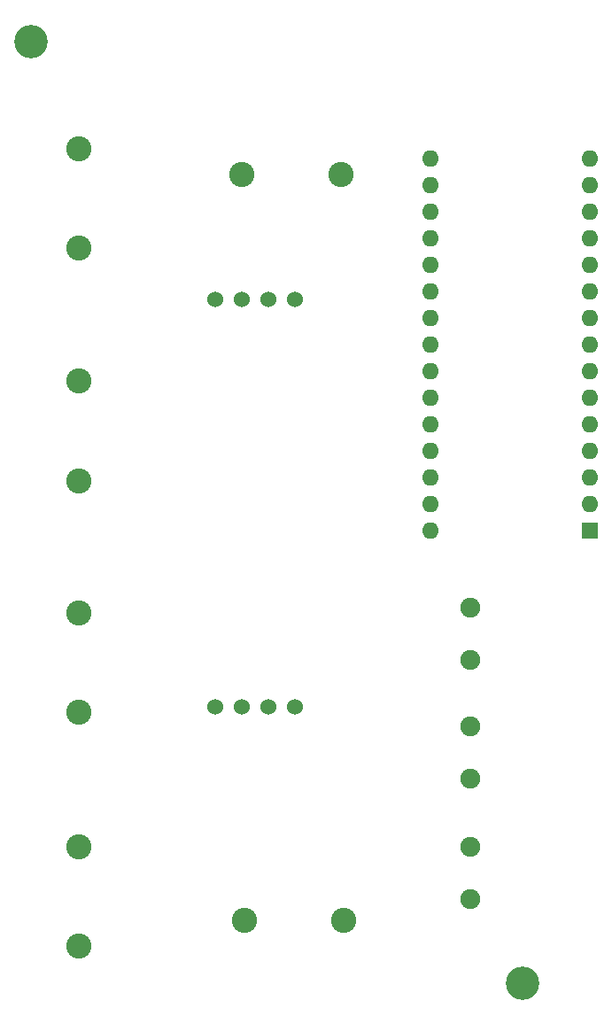
<source format=gbr>
%TF.GenerationSoftware,KiCad,Pcbnew,8.0.2-1*%
%TF.CreationDate,2024-11-16T17:54:22-05:00*%
%TF.ProjectId,JB_PCB,4a425f50-4342-42e6-9b69-6361645f7063,rev?*%
%TF.SameCoordinates,Original*%
%TF.FileFunction,Soldermask,Top*%
%TF.FilePolarity,Negative*%
%FSLAX46Y46*%
G04 Gerber Fmt 4.6, Leading zero omitted, Abs format (unit mm)*
G04 Created by KiCad (PCBNEW 8.0.2-1) date 2024-11-16 17:54:22*
%MOMM*%
%LPD*%
G01*
G04 APERTURE LIST*
%ADD10C,3.200000*%
%ADD11C,1.905000*%
%ADD12C,1.524000*%
%ADD13C,2.413000*%
%ADD14O,1.600000X1.600000*%
%ADD15R,1.600000X1.600000*%
G04 APERTURE END LIST*
D10*
%TO.C,REF\u002A\u002A*%
X158000000Y-139000000D03*
%TD*%
%TO.C,REF\u002A\u002A*%
X111000000Y-49000000D03*
%TD*%
D11*
%TO.C,PWMGND1*%
X152946200Y-108145100D03*
X152946200Y-103145100D03*
%TD*%
D12*
%TO.C,U1*%
X136210000Y-112610000D03*
X136210000Y-73690000D03*
X133670000Y-73690000D03*
X128590000Y-112610000D03*
X128590000Y-73690000D03*
X131130000Y-73690000D03*
X133670000Y-112610000D03*
X131130000Y-112610000D03*
%TD*%
D11*
%TO.C,PWM2*%
X153000000Y-131000000D03*
X153000000Y-126000000D03*
%TD*%
D13*
%TO.C,MOT_PWR1*%
X131354902Y-133000000D03*
X140854898Y-133000000D03*
%TD*%
%TO.C,J6*%
X115500000Y-135500000D03*
X115500000Y-126000004D03*
%TD*%
%TO.C,J4*%
X115500000Y-113145102D03*
X115500000Y-103645106D03*
%TD*%
%TO.C,J3*%
X115500000Y-91000000D03*
X115500000Y-81500004D03*
%TD*%
%TO.C,J2*%
X115500000Y-59250008D03*
X115500000Y-68750004D03*
%TD*%
%TO.C,ARD_PWR1*%
X140604898Y-61750000D03*
X131104902Y-61750000D03*
%TD*%
D14*
%TO.C,A1*%
X149120000Y-95800000D03*
X149120000Y-93260000D03*
X149120000Y-90720000D03*
X149120000Y-88180000D03*
X149120000Y-85640000D03*
X149120000Y-83100000D03*
X149120000Y-80560000D03*
X149120000Y-78020000D03*
X149120000Y-75480000D03*
X149120000Y-72940000D03*
X149120000Y-70400000D03*
X149120000Y-67860000D03*
X149120000Y-65320000D03*
X149120000Y-62780000D03*
X149120000Y-60240000D03*
X164360000Y-60240000D03*
X164360000Y-62780000D03*
X164360000Y-65320000D03*
X164360000Y-67860000D03*
X164360000Y-70400000D03*
X164360000Y-72940000D03*
X164360000Y-75480000D03*
X164360000Y-78020000D03*
X164360000Y-80560000D03*
X164360000Y-83100000D03*
X164360000Y-85640000D03*
X164360000Y-88180000D03*
X164360000Y-90720000D03*
X164360000Y-93260000D03*
D15*
X164360000Y-95800000D03*
%TD*%
D11*
%TO.C,PWM1*%
X153000000Y-119500000D03*
X153000000Y-114500000D03*
%TD*%
M02*

</source>
